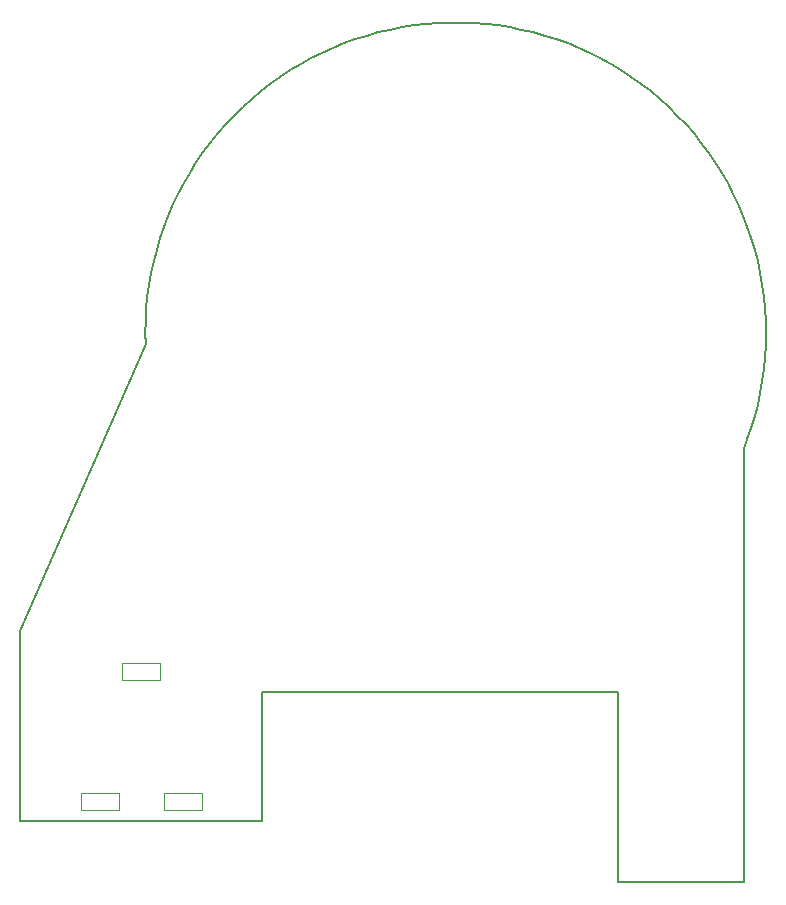
<source format=gbr>
G04 #@! TF.GenerationSoftware,KiCad,Pcbnew,7.0.2-0*
G04 #@! TF.CreationDate,2023-06-19T12:30:15-04:00*
G04 #@! TF.ProjectId,speed_joystick,73706565-645f-46a6-9f79-737469636b2e,rev?*
G04 #@! TF.SameCoordinates,Original*
G04 #@! TF.FileFunction,Profile,NP*
%FSLAX46Y46*%
G04 Gerber Fmt 4.6, Leading zero omitted, Abs format (unit mm)*
G04 Created by KiCad (PCBNEW 7.0.2-0) date 2023-06-19 12:30:15*
%MOMM*%
%LPD*%
G01*
G04 APERTURE LIST*
G04 #@! TA.AperFunction,Profile*
%ADD10C,0.200000*%
G04 #@! TD*
G04 #@! TA.AperFunction,Profile*
%ADD11C,0.010000*%
G04 #@! TD*
G04 APERTURE END LIST*
D10*
X-55037543Y24730311D02*
X-54079709Y24381696D01*
X-88242455Y8852796D02*
X-87875425Y9803645D01*
X-84927247Y15146535D02*
X-84318663Y15964110D01*
X-39619997Y10739584D02*
X-39216137Y9803645D01*
X-47045687Y20320693D02*
X-46264891Y19665500D01*
X-53136099Y23996225D02*
X-52208237Y23574433D01*
X-37756653Y-5200897D02*
X-37972553Y-6197059D01*
X-80826671Y19665500D02*
X-80045875Y20320693D01*
X-41587735Y14305948D02*
X-41044175Y13443668D01*
X-100450000Y-25400000D02*
X-89809404Y-1074573D01*
X-45510257Y18980538D02*
X-44782547Y18266824D01*
X-42164315Y15146535D02*
X-41587735Y14305948D01*
X-75794169Y23116979D02*
X-74883325Y23574433D01*
X-83008531Y17525448D02*
X-82309015Y18266824D01*
X-79981562Y-30527366D02*
X-79981562Y-41436655D01*
X-37972553Y5924887D02*
X-37756653Y4928725D01*
X-39160665Y-9932109D02*
X-39160665Y-46644381D01*
X-42772899Y15964110D02*
X-42164315Y15146535D01*
X-54079709Y24381696D02*
X-53136099Y23996225D01*
X-39216137Y9803645D02*
X-38849107Y8852796D01*
X-72054019Y24730311D02*
X-71083485Y25041537D01*
X-64055305Y26140722D02*
X-63036257Y26140722D01*
X-74883325Y23574433D02*
X-73955463Y23996225D01*
X-44083031Y17525448D02*
X-43412725Y16757479D01*
X-73011853Y24381696D02*
X-72054019Y24730311D01*
X-61001463Y26022104D02*
X-59989019Y25903740D01*
X-50404837Y22624549D02*
X-49532347Y22097906D01*
X-37264147Y-136086D02*
X-37283705Y-1155170D01*
X-89334909Y4928725D02*
X-89119009Y5924887D01*
X-49532347Y22097906D02*
X-48680685Y21537785D01*
X-43412725Y16757479D02*
X-42772899Y15964110D01*
X-89748421Y1900547D02*
X-89649869Y2915038D01*
X-87471565Y10739584D02*
X-87031891Y11659141D01*
X-56990041Y25314968D02*
X-56008077Y25041537D01*
X-39160665Y-46644381D02*
X-49830897Y-46644381D01*
X-38226807Y-7184129D02*
X-38519161Y-8160581D01*
X-78410877Y21537785D02*
X-77559215Y22097906D01*
X-68109653Y25746260D02*
X-67102543Y25903740D01*
X-82309015Y18266824D02*
X-81581305Y18980538D01*
X-67102543Y25903740D02*
X-66090099Y26022104D01*
X-49830897Y-46644381D02*
X-49830897Y-30527366D01*
X-76686725Y22624549D02*
X-75794169Y23116979D01*
X-89827415Y-136086D02*
X-89807857Y882998D01*
X-40059671Y11659141D02*
X-39619997Y10739584D01*
X-79981562Y-41436655D02*
X-100450000Y-41436655D01*
X-77559215Y22097906D02*
X-76686725Y22624549D01*
X-46264891Y19665500D02*
X-45510257Y18980538D01*
X-58981909Y25746260D02*
X-57981911Y25549918D01*
X-86047387Y13443668D02*
X-85503827Y14305948D01*
X-80045875Y20320693D02*
X-79240187Y20945101D01*
X-37343141Y-2172719D02*
X-37441693Y-3187210D01*
X-85503827Y14305948D02*
X-84927247Y15146535D01*
X-81581305Y18980538D02*
X-80826671Y19665500D01*
X-89809404Y-1074573D02*
X-89827415Y-136086D01*
X-37343141Y1900547D02*
X-37283705Y882998D01*
X-65073845Y26101098D02*
X-64055305Y26140722D01*
X-38849107Y8852796D02*
X-38519161Y7888409D01*
X-44782547Y18266824D02*
X-44083031Y17525448D01*
X-40534651Y12560942D02*
X-40059671Y11659141D01*
X-100450000Y-41436655D02*
X-100450000Y-25400000D01*
X-62017717Y26101098D02*
X-61001463Y26022104D01*
X-89649869Y2915038D02*
X-89511947Y3924942D01*
X-52208237Y23574433D02*
X-51297393Y23116979D01*
X-70101521Y25314968D02*
X-69109651Y25549918D01*
X-37972553Y-6197059D02*
X-38226807Y-7184129D01*
X-89807857Y882998D02*
X-89748421Y1900547D01*
X-69109651Y25549918D02*
X-68109653Y25746260D01*
X-38226807Y6911957D02*
X-37972553Y5924887D01*
X-88864755Y6911957D02*
X-88572401Y7888409D01*
X-79240187Y20945101D02*
X-78410877Y21537785D01*
X-37441693Y-3187210D02*
X-37579615Y-4197114D01*
X-59989019Y25903740D02*
X-58981909Y25746260D01*
X-56008077Y25041537D02*
X-55037543Y24730311D01*
X-47851375Y20945101D02*
X-47045687Y20320693D01*
X-88572401Y7888409D02*
X-88242455Y8852796D01*
X-37579615Y-4197114D02*
X-37756653Y-5200897D01*
X-49830897Y-30527366D02*
X-79981562Y-30527366D01*
X-37283705Y882998D02*
X-37264147Y-136086D01*
X-57981911Y25549918D02*
X-56990041Y25314968D01*
X-37441693Y2915038D02*
X-37343141Y1900547D01*
X-37283705Y-1155170D02*
X-37343141Y-2172719D01*
X-89119009Y5924887D02*
X-88864755Y6911957D01*
X-41044175Y13443668D02*
X-40534651Y12560942D01*
X-38849107Y-9124968D02*
X-39160665Y-9932109D01*
X-51297393Y23116979D02*
X-50404837Y22624549D01*
X-87031891Y11659141D02*
X-86556911Y12560942D01*
X-89511947Y3924942D02*
X-89334909Y4928725D01*
X-38519161Y7888409D02*
X-38226807Y6911957D01*
X-66090099Y26022104D02*
X-65073845Y26101098D01*
X-37579615Y3924942D02*
X-37441693Y2915038D01*
X-37756653Y4928725D02*
X-37579615Y3924942D01*
X-63036257Y26140722D02*
X-62017717Y26101098D01*
X-71083485Y25041537D02*
X-70101521Y25314968D01*
X-84318663Y15964110D02*
X-83678837Y16757479D01*
X-73955463Y23996225D02*
X-73011853Y24381696D01*
X-83678837Y16757479D02*
X-83008531Y17525448D01*
X-87875425Y9803645D02*
X-87471565Y10739584D01*
X-86556911Y12560942D02*
X-86047387Y13443668D01*
X-38519161Y-8160581D02*
X-38849107Y-9124968D01*
X-48680685Y21537785D02*
X-47851375Y20945101D01*
D11*
X-95270000Y-39090000D02*
X-92070000Y-39090000D01*
X-95270000Y-40540000D02*
X-95270000Y-39090000D01*
X-92070000Y-39090000D02*
X-92070000Y-40540000D01*
X-92070000Y-40540000D02*
X-95270000Y-40540000D01*
X-91770000Y-28040000D02*
X-88570000Y-28040000D01*
X-91770000Y-29490000D02*
X-91770000Y-28040000D01*
X-88570000Y-28040000D02*
X-88570000Y-29490000D01*
X-88570000Y-29490000D02*
X-91770000Y-29490000D01*
X-88270000Y-39090000D02*
X-88270000Y-40540000D01*
X-88270000Y-40540000D02*
X-85070000Y-40540000D01*
X-85070000Y-39090000D02*
X-88270000Y-39090000D01*
X-85070000Y-40540000D02*
X-85070000Y-39090000D01*
M02*

</source>
